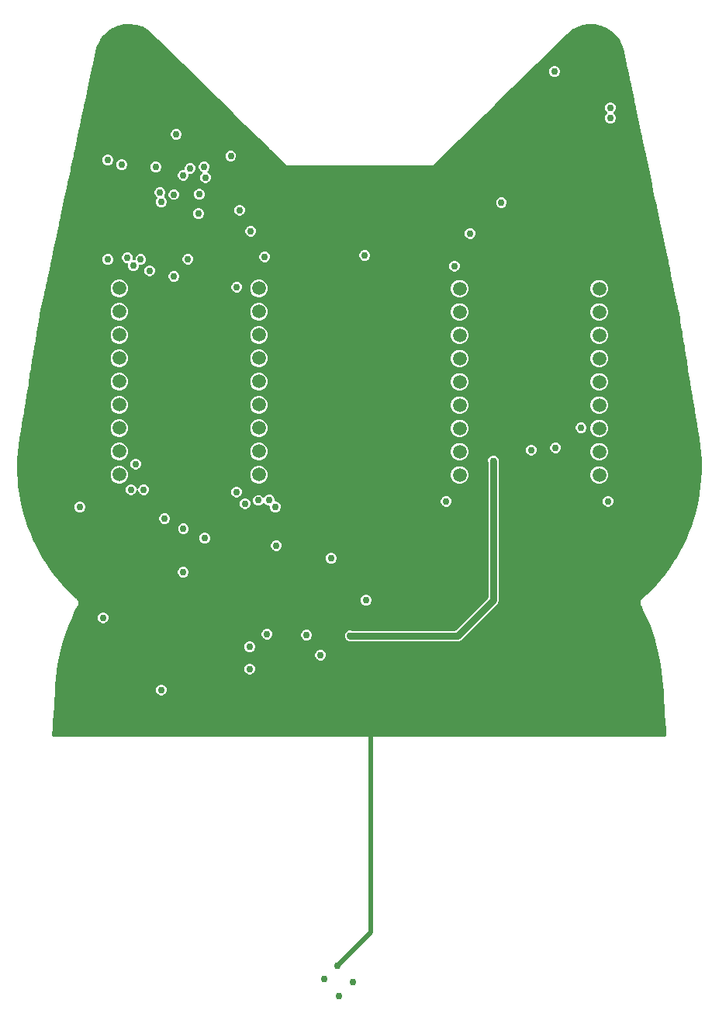
<source format=gbr>
G04 EAGLE Gerber X2 export*
%TF.Part,Single*%
%TF.FileFunction,Copper,L3,Inr,Mixed*%
%TF.FilePolarity,Positive*%
%TF.GenerationSoftware,Autodesk,EAGLE,9.0.1*%
%TF.CreationDate,2018-06-26T08:14:36Z*%
G75*
%MOIN*%
%FSLAX34Y34*%
%LPD*%
%AMOC8*
5,1,8,0,0,1.08239X$1,22.5*%
G01*
%ADD10C,0.059370*%
%ADD11C,0.029780*%
%ADD12C,0.030000*%
%ADD13C,0.020000*%

G36*
X28057Y19201D02*
X28057Y19201D01*
X28063Y19202D01*
X28069Y19202D01*
X28075Y19205D01*
X28080Y19207D01*
X28081Y19207D01*
X28086Y19211D01*
X28091Y19214D01*
X28091Y19215D01*
X28095Y19219D01*
X28098Y19224D01*
X28099Y19224D01*
X28101Y19230D01*
X28104Y19235D01*
X28104Y19236D01*
X28104Y19237D01*
X28106Y19247D01*
X28106Y19251D01*
X28106Y19253D01*
X28104Y19288D01*
X28090Y19503D01*
X28068Y19856D01*
X28052Y20113D01*
X28048Y20179D01*
X28046Y20214D01*
X28030Y20473D01*
X28014Y20731D01*
X28013Y20742D01*
X28008Y20832D01*
X27990Y21110D01*
X27973Y21397D01*
X27973Y21398D01*
X27950Y21697D01*
X27949Y21698D01*
X27949Y21699D01*
X27916Y21995D01*
X27916Y21996D01*
X27916Y21997D01*
X27872Y22291D01*
X27872Y22292D01*
X27872Y22293D01*
X27818Y22586D01*
X27818Y22587D01*
X27753Y22878D01*
X27753Y22879D01*
X27753Y22880D01*
X27678Y23168D01*
X27678Y23169D01*
X27678Y23170D01*
X27593Y23455D01*
X27593Y23456D01*
X27593Y23457D01*
X27497Y23739D01*
X27497Y23740D01*
X27497Y23741D01*
X27392Y24019D01*
X27391Y24020D01*
X27391Y24021D01*
X27276Y24296D01*
X27276Y24297D01*
X27151Y24568D01*
X27151Y24569D01*
X27150Y24569D01*
X27030Y24808D01*
X27023Y24818D01*
X27023Y24819D01*
X27022Y24819D01*
X27019Y24823D01*
X27010Y24847D01*
X27008Y24851D01*
X27007Y24853D01*
X26996Y24876D01*
X26995Y24881D01*
X26993Y24894D01*
X26992Y24895D01*
X26991Y24900D01*
X26992Y24926D01*
X26991Y24930D01*
X26992Y24932D01*
X26990Y24958D01*
X26991Y24963D01*
X26994Y24975D01*
X26994Y24976D01*
X26994Y24982D01*
X27005Y25005D01*
X27006Y25009D01*
X27007Y25011D01*
X27015Y25035D01*
X27019Y25040D01*
X27026Y25050D01*
X27026Y25051D01*
X27029Y25056D01*
X27048Y25073D01*
X27049Y25075D01*
X27050Y25077D01*
X27052Y25078D01*
X27069Y25097D01*
X27074Y25100D01*
X27084Y25107D01*
X27085Y25108D01*
X27277Y25284D01*
X27278Y25285D01*
X27279Y25286D01*
X27486Y25491D01*
X27487Y25492D01*
X27487Y25493D01*
X27687Y25706D01*
X27687Y25707D01*
X27688Y25707D01*
X27879Y25928D01*
X27879Y25929D01*
X27880Y25930D01*
X28062Y26158D01*
X28063Y26159D01*
X28237Y26394D01*
X28237Y26395D01*
X28238Y26396D01*
X28402Y26637D01*
X28403Y26638D01*
X28403Y26639D01*
X28448Y26710D01*
X28558Y26886D01*
X28559Y26887D01*
X28559Y26888D01*
X28704Y27141D01*
X28705Y27142D01*
X28705Y27143D01*
X28841Y27401D01*
X28841Y27402D01*
X28841Y27403D01*
X28967Y27666D01*
X28967Y27668D01*
X29082Y27936D01*
X29083Y27938D01*
X29187Y28211D01*
X29188Y28212D01*
X29282Y28489D01*
X29282Y28490D01*
X29282Y28491D01*
X29365Y28770D01*
X29365Y28771D01*
X29365Y28772D01*
X29437Y29055D01*
X29437Y29056D01*
X29438Y29057D01*
X29498Y29342D01*
X29498Y29343D01*
X29499Y29344D01*
X29548Y29632D01*
X29548Y29633D01*
X29548Y29634D01*
X29586Y29923D01*
X29586Y29924D01*
X29586Y29925D01*
X29613Y30215D01*
X29613Y30216D01*
X29613Y30217D01*
X29616Y30279D01*
X29619Y30329D01*
X29628Y30509D01*
X29628Y30510D01*
X29628Y30511D01*
X29632Y30802D01*
X29632Y30803D01*
X29632Y30804D01*
X29624Y31096D01*
X29624Y31097D01*
X29624Y31098D01*
X29605Y31389D01*
X29605Y31390D01*
X29605Y31391D01*
X29575Y31681D01*
X29575Y31682D01*
X29575Y31683D01*
X29534Y31975D01*
X29533Y31975D01*
X29533Y31976D01*
X29493Y32224D01*
X29485Y32272D01*
X29477Y32324D01*
X29428Y32625D01*
X29382Y32909D01*
X29330Y33228D01*
X29297Y33429D01*
X29290Y33474D01*
X29281Y33529D01*
X29233Y33820D01*
X29183Y34131D01*
X29134Y34432D01*
X29085Y34733D01*
X29052Y34935D01*
X29043Y34988D01*
X29036Y35035D01*
X29003Y35236D01*
X28999Y35259D01*
X28987Y35336D01*
X28946Y35584D01*
X28905Y35838D01*
X28898Y35880D01*
X28889Y35938D01*
X28846Y36203D01*
X28807Y36440D01*
X28799Y36492D01*
X28791Y36541D01*
X28749Y36797D01*
X28708Y37047D01*
X28705Y37056D01*
X28700Y37095D01*
X28700Y37096D01*
X28700Y37097D01*
X28694Y37136D01*
X28694Y37140D01*
X28694Y37141D01*
X28695Y37147D01*
X28694Y37152D01*
X28694Y37155D01*
X28664Y37356D01*
X28663Y37358D01*
X28663Y37359D01*
X28616Y37584D01*
X28606Y37633D01*
X28595Y37683D01*
X28582Y37745D01*
X28519Y38047D01*
X28453Y38358D01*
X28402Y38602D01*
X28400Y38610D01*
X28381Y38701D01*
X28317Y39004D01*
X28260Y39277D01*
X28211Y39510D01*
X28207Y39529D01*
X28190Y39609D01*
X28131Y39888D01*
X28070Y40181D01*
X27999Y40516D01*
X27938Y40808D01*
X27872Y41121D01*
X27811Y41408D01*
X27765Y41627D01*
X27758Y41662D01*
X27744Y41726D01*
X27691Y41981D01*
X27617Y42331D01*
X27553Y42634D01*
X27494Y42914D01*
X27426Y43239D01*
X27362Y43541D01*
X27299Y43844D01*
X27235Y44147D01*
X27192Y44350D01*
X27183Y44393D01*
X27171Y44449D01*
X27117Y44708D01*
X27065Y44955D01*
X27055Y45002D01*
X27044Y45054D01*
X26984Y45339D01*
X26938Y45560D01*
X26931Y45590D01*
X26917Y45659D01*
X26874Y45863D01*
X26866Y45901D01*
X26853Y45962D01*
X26797Y46226D01*
X26747Y46467D01*
X26745Y46472D01*
X26726Y46567D01*
X26662Y46869D01*
X26598Y47172D01*
X26546Y47421D01*
X26492Y47678D01*
X26477Y47748D01*
X26471Y47777D01*
X26417Y48034D01*
X26364Y48283D01*
X26351Y48348D01*
X26344Y48382D01*
X26293Y48624D01*
X26292Y48627D01*
X26292Y48628D01*
X26216Y48881D01*
X26213Y48886D01*
X26212Y48889D01*
X26099Y49112D01*
X26095Y49118D01*
X26094Y49120D01*
X25942Y49319D01*
X25937Y49323D01*
X25936Y49325D01*
X25749Y49493D01*
X25744Y49497D01*
X25742Y49499D01*
X25529Y49631D01*
X25523Y49634D01*
X25521Y49635D01*
X25287Y49729D01*
X25281Y49730D01*
X25278Y49731D01*
X25031Y49782D01*
X25025Y49783D01*
X25023Y49783D01*
X24771Y49791D01*
X24765Y49790D01*
X24762Y49790D01*
X24514Y49753D01*
X24508Y49751D01*
X24505Y49750D01*
X24269Y49669D01*
X24263Y49666D01*
X24260Y49665D01*
X24042Y49542D01*
X24037Y49538D01*
X24035Y49537D01*
X23831Y49369D01*
X23830Y49367D01*
X23828Y49366D01*
X23653Y49193D01*
X23597Y49139D01*
X23580Y49122D01*
X23376Y48923D01*
X23213Y48763D01*
X23148Y48698D01*
X23147Y48698D01*
X23141Y48692D01*
X22994Y48547D01*
X22964Y48518D01*
X22921Y48476D01*
X22740Y48299D01*
X22554Y48117D01*
X22530Y48092D01*
X22482Y48046D01*
X22284Y47851D01*
X22115Y47686D01*
X22087Y47659D01*
X22043Y47615D01*
X21871Y47446D01*
X21676Y47255D01*
X21625Y47205D01*
X21603Y47184D01*
X21456Y47040D01*
X21420Y47004D01*
X21384Y46969D01*
X21186Y46775D01*
X21017Y46609D01*
X20968Y46561D01*
X20944Y46538D01*
X20725Y46323D01*
X20555Y46157D01*
X20358Y45963D01*
X20326Y45932D01*
X20285Y45892D01*
X20086Y45697D01*
X19919Y45532D01*
X19894Y45508D01*
X19846Y45461D01*
X19663Y45281D01*
X19479Y45102D01*
X19260Y44886D01*
X19227Y44854D01*
X19187Y44815D01*
X19006Y44637D01*
X18820Y44456D01*
X18767Y44403D01*
X18748Y44385D01*
X18601Y44240D01*
X18536Y44177D01*
X18528Y44169D01*
X18342Y43987D01*
X18126Y43775D01*
X18126Y43774D01*
X18097Y43746D01*
X18059Y43731D01*
X18059Y43730D01*
X18021Y43715D01*
X17980Y43715D01*
X11890Y43715D01*
X11889Y43715D01*
X11849Y43715D01*
X11811Y43730D01*
X11811Y43731D01*
X11773Y43746D01*
X11744Y43775D01*
X11561Y43954D01*
X11535Y43979D01*
X11489Y44025D01*
X11310Y44200D01*
X11122Y44385D01*
X11105Y44401D01*
X11049Y44456D01*
X10830Y44671D01*
X10682Y44815D01*
X10622Y44874D01*
X10610Y44886D01*
X10390Y45102D01*
X10243Y45246D01*
X10206Y45283D01*
X10171Y45317D01*
X10023Y45461D01*
X10020Y45464D01*
X10020Y45465D01*
X9951Y45532D01*
X9951Y45533D01*
X9781Y45699D01*
X9584Y45892D01*
X9547Y45929D01*
X9512Y45963D01*
X9365Y46108D01*
X9358Y46114D01*
X9292Y46179D01*
X9094Y46373D01*
X8925Y46538D01*
X8882Y46581D01*
X8853Y46609D01*
X8706Y46754D01*
X8456Y46998D01*
X8266Y47184D01*
X8219Y47230D01*
X8194Y47255D01*
X8047Y47400D01*
X7827Y47615D01*
X7784Y47657D01*
X7755Y47686D01*
X7560Y47877D01*
X7388Y48046D01*
X7334Y48099D01*
X7315Y48117D01*
X7142Y48287D01*
X6949Y48476D01*
X6915Y48509D01*
X6876Y48547D01*
X6729Y48692D01*
X6693Y48727D01*
X6656Y48763D01*
X6453Y48962D01*
X6290Y49122D01*
X6284Y49127D01*
X6284Y49128D01*
X6217Y49193D01*
X6217Y49194D01*
X6042Y49365D01*
X6040Y49367D01*
X6039Y49368D01*
X5825Y49544D01*
X5819Y49547D01*
X5817Y49549D01*
X5587Y49675D01*
X5580Y49678D01*
X5578Y49679D01*
X5328Y49759D01*
X5322Y49760D01*
X5319Y49761D01*
X5057Y49792D01*
X5051Y49792D01*
X5048Y49793D01*
X4804Y49778D01*
X4798Y49777D01*
X4795Y49777D01*
X4555Y49720D01*
X4550Y49718D01*
X4547Y49717D01*
X4321Y49621D01*
X4316Y49618D01*
X4314Y49617D01*
X4107Y49484D01*
X4103Y49480D01*
X4101Y49478D01*
X3922Y49312D01*
X3918Y49307D01*
X3916Y49305D01*
X3769Y49109D01*
X3766Y49104D01*
X3765Y49102D01*
X3655Y48883D01*
X3653Y48877D01*
X3652Y48875D01*
X3578Y48628D01*
X3578Y48626D01*
X3577Y48624D01*
X3527Y48387D01*
X3526Y48384D01*
X3506Y48288D01*
X3464Y48089D01*
X3455Y48048D01*
X3443Y47990D01*
X3380Y47693D01*
X3317Y47395D01*
X3275Y47197D01*
X3204Y46861D01*
X3128Y46503D01*
X3086Y46305D01*
X3075Y46253D01*
X3065Y46205D01*
X3009Y45941D01*
X2939Y45611D01*
X2897Y45412D01*
X2893Y45392D01*
X2876Y45313D01*
X2813Y45016D01*
X2763Y44778D01*
X2690Y44437D01*
X2645Y44223D01*
X2635Y44176D01*
X2624Y44123D01*
X2570Y43872D01*
X2519Y43628D01*
X2509Y43582D01*
X2498Y43529D01*
X2456Y43330D01*
X2444Y43276D01*
X2435Y43231D01*
X2381Y42979D01*
X2330Y42735D01*
X2316Y42672D01*
X2309Y42636D01*
X2246Y42339D01*
X2186Y42059D01*
X2141Y41843D01*
X2136Y41821D01*
X2120Y41744D01*
X2065Y41486D01*
X2015Y41248D01*
X2005Y41200D01*
X1994Y41149D01*
X1940Y40895D01*
X1889Y40653D01*
X1877Y40600D01*
X1868Y40554D01*
X1813Y40296D01*
X1742Y39959D01*
X1700Y39761D01*
X1689Y39712D01*
X1679Y39662D01*
X1630Y39430D01*
X1562Y39109D01*
X1511Y38869D01*
X1502Y38829D01*
X1490Y38769D01*
X1448Y38571D01*
X1427Y38472D01*
X1383Y38267D01*
X1382Y38255D01*
X1373Y38220D01*
X1373Y38219D01*
X1373Y38218D01*
X1365Y38183D01*
X1362Y38176D01*
X1361Y38173D01*
X1361Y38172D01*
X1296Y37927D01*
X1296Y37926D01*
X1296Y37925D01*
X1232Y37640D01*
X1232Y37639D01*
X1231Y37638D01*
X1179Y37348D01*
X1179Y37347D01*
X1154Y37197D01*
X1154Y37184D01*
X1147Y37149D01*
X1146Y37148D01*
X1146Y37147D01*
X1142Y37121D01*
X1141Y37108D01*
X1142Y37107D01*
X1142Y37106D01*
X1142Y37105D01*
X1135Y37075D01*
X1134Y37073D01*
X1134Y37071D01*
X1095Y36831D01*
X1084Y36767D01*
X1078Y36731D01*
X1046Y36531D01*
X989Y36183D01*
X945Y35913D01*
X899Y35629D01*
X891Y35576D01*
X883Y35529D01*
X850Y35329D01*
X801Y35028D01*
X791Y34965D01*
X785Y34928D01*
X748Y34699D01*
X704Y34427D01*
X695Y34376D01*
X687Y34327D01*
X655Y34127D01*
X650Y34098D01*
X638Y34027D01*
X606Y33826D01*
X555Y33516D01*
X508Y33225D01*
X498Y33164D01*
X492Y33125D01*
X459Y32924D01*
X446Y32847D01*
X443Y32824D01*
X404Y32583D01*
X361Y32323D01*
X305Y31975D01*
X304Y31975D01*
X263Y31683D01*
X263Y31682D01*
X263Y31681D01*
X233Y31391D01*
X233Y31390D01*
X233Y31389D01*
X214Y31098D01*
X214Y31097D01*
X214Y31096D01*
X206Y30805D01*
X206Y30804D01*
X206Y30803D01*
X210Y30511D01*
X210Y30510D01*
X210Y30509D01*
X225Y30218D01*
X225Y30217D01*
X252Y29926D01*
X252Y29925D01*
X252Y29924D01*
X290Y29635D01*
X290Y29634D01*
X290Y29633D01*
X339Y29346D01*
X339Y29345D01*
X339Y29344D01*
X400Y29059D01*
X400Y29058D01*
X400Y29057D01*
X472Y28774D01*
X472Y28773D01*
X555Y28493D01*
X555Y28492D01*
X556Y28491D01*
X649Y28215D01*
X650Y28214D01*
X650Y28213D01*
X754Y27941D01*
X754Y27940D01*
X755Y27939D01*
X869Y27671D01*
X870Y27670D01*
X870Y27669D01*
X995Y27406D01*
X996Y27405D01*
X996Y27404D01*
X1131Y27145D01*
X1132Y27144D01*
X1277Y26891D01*
X1278Y26890D01*
X1278Y26889D01*
X1433Y26642D01*
X1433Y26641D01*
X1434Y26640D01*
X1598Y26399D01*
X1598Y26398D01*
X1599Y26397D01*
X1772Y26163D01*
X1773Y26162D01*
X1773Y26161D01*
X1955Y25933D01*
X1956Y25932D01*
X2147Y25711D01*
X2148Y25710D01*
X2148Y25709D01*
X2347Y25496D01*
X2348Y25495D01*
X2555Y25289D01*
X2556Y25288D01*
X2557Y25288D01*
X2749Y25111D01*
X2759Y25104D01*
X2760Y25103D01*
X2765Y25101D01*
X2782Y25081D01*
X2785Y25079D01*
X2785Y25078D01*
X2786Y25077D01*
X2805Y25059D01*
X2808Y25054D01*
X2814Y25044D01*
X2815Y25043D01*
X2819Y25038D01*
X2827Y25014D01*
X2828Y25010D01*
X2829Y25008D01*
X2840Y24985D01*
X2840Y24979D01*
X2842Y24967D01*
X2842Y24966D01*
X2844Y24961D01*
X2842Y24935D01*
X2842Y24931D01*
X2842Y24929D01*
X2843Y24903D01*
X2841Y24898D01*
X2838Y24886D01*
X2838Y24885D01*
X2838Y24879D01*
X2826Y24856D01*
X2825Y24852D01*
X2824Y24851D01*
X2815Y24826D01*
X2811Y24822D01*
X2804Y24812D01*
X2804Y24811D01*
X2803Y24811D01*
X2682Y24572D01*
X2682Y24571D01*
X2556Y24300D01*
X2556Y24299D01*
X2440Y24024D01*
X2440Y24023D01*
X2439Y24022D01*
X2333Y23743D01*
X2333Y23742D01*
X2333Y23741D01*
X2237Y23459D01*
X2236Y23458D01*
X2236Y23457D01*
X2150Y23172D01*
X2150Y23171D01*
X2150Y23170D01*
X2074Y22881D01*
X2074Y22880D01*
X2008Y22589D01*
X2008Y22587D01*
X1953Y22294D01*
X1953Y22293D01*
X1953Y22292D01*
X1908Y21997D01*
X1908Y21996D01*
X1908Y21995D01*
X1874Y21699D01*
X1874Y21698D01*
X1873Y21697D01*
X1849Y21397D01*
X1827Y21039D01*
X1808Y20731D01*
X1789Y20422D01*
X1776Y20214D01*
X1772Y20146D01*
X1770Y20113D01*
X1750Y19804D01*
X1735Y19552D01*
X1718Y19288D01*
X1716Y19253D01*
X1717Y19247D01*
X1717Y19241D01*
X1717Y19240D01*
X1719Y19234D01*
X1721Y19229D01*
X1721Y19228D01*
X1724Y19223D01*
X1728Y19218D01*
X1732Y19214D01*
X1737Y19210D01*
X1742Y19207D01*
X1748Y19204D01*
X1749Y19204D01*
X1760Y19201D01*
X1763Y19201D01*
X1765Y19201D01*
X28057Y19201D01*
X28057Y19201D01*
G37*
%LPC*%
G36*
X14474Y23280D02*
X14474Y23280D01*
X14390Y23315D01*
X14325Y23380D01*
X14290Y23464D01*
X14290Y23556D01*
X14325Y23640D01*
X14390Y23705D01*
X14474Y23740D01*
X14566Y23740D01*
X14578Y23734D01*
X14579Y23734D01*
X14580Y23734D01*
X14582Y23733D01*
X14590Y23731D01*
X14595Y23731D01*
X14597Y23731D01*
X19028Y23731D01*
X19032Y23731D01*
X19037Y23731D01*
X19039Y23732D01*
X19040Y23732D01*
X19044Y23734D01*
X19049Y23735D01*
X19050Y23736D01*
X19052Y23737D01*
X19062Y23744D01*
X19063Y23745D01*
X20445Y25127D01*
X20447Y25130D01*
X20450Y25134D01*
X20451Y25135D01*
X20452Y25137D01*
X20454Y25141D01*
X20456Y25145D01*
X20456Y25146D01*
X20457Y25148D01*
X20459Y25161D01*
X20459Y25162D01*
X20459Y30953D01*
X20459Y30954D01*
X20459Y30955D01*
X20459Y30957D01*
X20458Y30965D01*
X20456Y30970D01*
X20456Y30972D01*
X20450Y30984D01*
X20450Y31076D01*
X20485Y31160D01*
X20550Y31225D01*
X20634Y31260D01*
X20726Y31260D01*
X20810Y31225D01*
X20875Y31160D01*
X20910Y31076D01*
X20910Y30984D01*
X20904Y30972D01*
X20904Y30971D01*
X20904Y30970D01*
X20903Y30968D01*
X20901Y30960D01*
X20901Y30955D01*
X20901Y30953D01*
X20901Y25006D01*
X20867Y24925D01*
X19265Y23323D01*
X19184Y23289D01*
X14597Y23289D01*
X14596Y23289D01*
X14595Y23289D01*
X14593Y23289D01*
X14585Y23288D01*
X14580Y23286D01*
X14578Y23286D01*
X14566Y23280D01*
X14474Y23280D01*
G37*
%LPD*%
%LPC*%
G36*
X5154Y39180D02*
X5154Y39180D01*
X5070Y39215D01*
X5005Y39280D01*
X4970Y39364D01*
X4970Y39456D01*
X4973Y39462D01*
X4974Y39464D01*
X4975Y39466D01*
X4975Y39470D01*
X4976Y39474D01*
X4976Y39476D01*
X4977Y39479D01*
X4976Y39483D01*
X4977Y39487D01*
X4976Y39489D01*
X4976Y39491D01*
X4975Y39495D01*
X4974Y39499D01*
X4973Y39501D01*
X4972Y39503D01*
X4970Y39506D01*
X4968Y39510D01*
X4966Y39511D01*
X4965Y39513D01*
X4962Y39516D01*
X4959Y39519D01*
X4957Y39520D01*
X4956Y39521D01*
X4952Y39523D01*
X4949Y39526D01*
X4947Y39526D01*
X4945Y39527D01*
X4942Y39528D01*
X4937Y39529D01*
X4930Y39530D01*
X4928Y39530D01*
X4904Y39530D01*
X4820Y39565D01*
X4755Y39630D01*
X4720Y39714D01*
X4720Y39806D01*
X4755Y39890D01*
X4820Y39955D01*
X4904Y39990D01*
X4996Y39990D01*
X5080Y39955D01*
X5145Y39890D01*
X5180Y39806D01*
X5180Y39714D01*
X5177Y39708D01*
X5176Y39706D01*
X5175Y39704D01*
X5175Y39700D01*
X5174Y39696D01*
X5174Y39694D01*
X5173Y39691D01*
X5174Y39687D01*
X5173Y39683D01*
X5174Y39681D01*
X5174Y39679D01*
X5175Y39675D01*
X5176Y39671D01*
X5177Y39669D01*
X5178Y39667D01*
X5180Y39664D01*
X5182Y39660D01*
X5184Y39659D01*
X5185Y39657D01*
X5188Y39654D01*
X5191Y39651D01*
X5193Y39650D01*
X5194Y39649D01*
X5198Y39647D01*
X5201Y39644D01*
X5203Y39644D01*
X5205Y39643D01*
X5208Y39642D01*
X5213Y39641D01*
X5220Y39640D01*
X5222Y39640D01*
X5241Y39640D01*
X5246Y39640D01*
X5251Y39641D01*
X5252Y39641D01*
X5253Y39641D01*
X5258Y39643D01*
X5263Y39645D01*
X5264Y39645D01*
X5265Y39646D01*
X5269Y39649D01*
X5273Y39651D01*
X5274Y39652D01*
X5275Y39653D01*
X5278Y39657D01*
X5281Y39661D01*
X5282Y39662D01*
X5283Y39663D01*
X5285Y39667D01*
X5287Y39672D01*
X5287Y39673D01*
X5288Y39674D01*
X5290Y39686D01*
X5290Y39688D01*
X5290Y39689D01*
X5290Y39726D01*
X5325Y39810D01*
X5390Y39875D01*
X5474Y39910D01*
X5566Y39910D01*
X5650Y39875D01*
X5715Y39810D01*
X5750Y39726D01*
X5750Y39634D01*
X5715Y39550D01*
X5650Y39485D01*
X5566Y39450D01*
X5479Y39450D01*
X5474Y39450D01*
X5469Y39449D01*
X5468Y39449D01*
X5467Y39449D01*
X5462Y39447D01*
X5457Y39445D01*
X5456Y39445D01*
X5455Y39444D01*
X5451Y39441D01*
X5447Y39439D01*
X5446Y39438D01*
X5445Y39437D01*
X5442Y39433D01*
X5439Y39429D01*
X5438Y39428D01*
X5437Y39427D01*
X5435Y39423D01*
X5433Y39418D01*
X5433Y39417D01*
X5432Y39416D01*
X5430Y39404D01*
X5430Y39402D01*
X5430Y39401D01*
X5430Y39364D01*
X5395Y39280D01*
X5330Y39215D01*
X5246Y39180D01*
X5154Y39180D01*
G37*
%LPD*%
%LPC*%
G36*
X11246Y28828D02*
X11246Y28828D01*
X11162Y28863D01*
X11097Y28928D01*
X11062Y29012D01*
X11062Y29071D01*
X11062Y29076D01*
X11062Y29081D01*
X11061Y29082D01*
X11061Y29083D01*
X11059Y29088D01*
X11058Y29093D01*
X11057Y29094D01*
X11056Y29095D01*
X11053Y29099D01*
X11051Y29103D01*
X11050Y29104D01*
X11049Y29105D01*
X11045Y29108D01*
X11042Y29111D01*
X11040Y29112D01*
X11039Y29113D01*
X11035Y29115D01*
X11031Y29117D01*
X11029Y29117D01*
X11028Y29118D01*
X11016Y29120D01*
X11014Y29120D01*
X11013Y29120D01*
X11004Y29120D01*
X10920Y29155D01*
X10853Y29222D01*
X10852Y29223D01*
X10850Y29225D01*
X10847Y29227D01*
X10844Y29229D01*
X10842Y29230D01*
X10840Y29232D01*
X10836Y29233D01*
X10832Y29234D01*
X10830Y29235D01*
X10828Y29235D01*
X10824Y29236D01*
X10820Y29236D01*
X10818Y29236D01*
X10816Y29236D01*
X10812Y29235D01*
X10807Y29235D01*
X10805Y29234D01*
X10803Y29234D01*
X10800Y29232D01*
X10796Y29231D01*
X10794Y29230D01*
X10792Y29229D01*
X10789Y29226D01*
X10786Y29224D01*
X10784Y29222D01*
X10783Y29221D01*
X10781Y29218D01*
X10777Y29214D01*
X10776Y29211D01*
X10710Y29145D01*
X10626Y29110D01*
X10534Y29110D01*
X10450Y29145D01*
X10385Y29210D01*
X10350Y29294D01*
X10350Y29386D01*
X10385Y29470D01*
X10450Y29535D01*
X10534Y29570D01*
X10626Y29570D01*
X10710Y29535D01*
X10777Y29468D01*
X10778Y29467D01*
X10780Y29465D01*
X10783Y29463D01*
X10786Y29461D01*
X10788Y29460D01*
X10790Y29458D01*
X10794Y29457D01*
X10798Y29456D01*
X10800Y29455D01*
X10802Y29455D01*
X10806Y29454D01*
X10810Y29454D01*
X10812Y29454D01*
X10814Y29454D01*
X10818Y29455D01*
X10823Y29455D01*
X10825Y29456D01*
X10827Y29456D01*
X10830Y29458D01*
X10834Y29459D01*
X10836Y29460D01*
X10838Y29461D01*
X10841Y29464D01*
X10844Y29466D01*
X10846Y29468D01*
X10847Y29469D01*
X10849Y29472D01*
X10853Y29476D01*
X10854Y29479D01*
X10920Y29545D01*
X11004Y29580D01*
X11096Y29580D01*
X11180Y29545D01*
X11245Y29480D01*
X11280Y29396D01*
X11280Y29337D01*
X11280Y29332D01*
X11281Y29327D01*
X11281Y29326D01*
X11281Y29324D01*
X11283Y29320D01*
X11285Y29315D01*
X11285Y29314D01*
X11286Y29313D01*
X11289Y29309D01*
X11291Y29305D01*
X11292Y29304D01*
X11293Y29303D01*
X11297Y29300D01*
X11301Y29296D01*
X11302Y29296D01*
X11303Y29295D01*
X11307Y29293D01*
X11312Y29291D01*
X11313Y29290D01*
X11314Y29290D01*
X11326Y29288D01*
X11328Y29288D01*
X11329Y29288D01*
X11338Y29288D01*
X11422Y29253D01*
X11487Y29188D01*
X11522Y29104D01*
X11522Y29012D01*
X11487Y28928D01*
X11422Y28863D01*
X11338Y28828D01*
X11246Y28828D01*
G37*
%LPD*%
%LPC*%
G36*
X25151Y35047D02*
X25151Y35047D01*
X25012Y35105D01*
X24906Y35211D01*
X24849Y35350D01*
X24849Y35500D01*
X24906Y35639D01*
X25012Y35745D01*
X25151Y35802D01*
X25301Y35802D01*
X25440Y35745D01*
X25546Y35639D01*
X25604Y35500D01*
X25604Y35350D01*
X25546Y35211D01*
X25440Y35105D01*
X25301Y35047D01*
X25151Y35047D01*
G37*
%LPD*%
%LPC*%
G36*
X19151Y30047D02*
X19151Y30047D01*
X19012Y30105D01*
X18906Y30211D01*
X18849Y30350D01*
X18849Y30500D01*
X18906Y30639D01*
X19012Y30745D01*
X19151Y30802D01*
X19301Y30802D01*
X19440Y30745D01*
X19546Y30639D01*
X19604Y30500D01*
X19604Y30350D01*
X19546Y30211D01*
X19440Y30105D01*
X19301Y30047D01*
X19151Y30047D01*
G37*
%LPD*%
%LPC*%
G36*
X19151Y35047D02*
X19151Y35047D01*
X19012Y35105D01*
X18906Y35211D01*
X18849Y35350D01*
X18849Y35500D01*
X18906Y35639D01*
X19012Y35745D01*
X19151Y35802D01*
X19301Y35802D01*
X19440Y35745D01*
X19546Y35639D01*
X19604Y35500D01*
X19604Y35350D01*
X19546Y35211D01*
X19440Y35105D01*
X19301Y35047D01*
X19151Y35047D01*
G37*
%LPD*%
%LPC*%
G36*
X10525Y38063D02*
X10525Y38063D01*
X10386Y38121D01*
X10280Y38227D01*
X10222Y38366D01*
X10222Y38516D01*
X10280Y38655D01*
X10386Y38761D01*
X10525Y38819D01*
X10675Y38819D01*
X10814Y38761D01*
X10920Y38655D01*
X10977Y38516D01*
X10977Y38366D01*
X10920Y38227D01*
X10814Y38121D01*
X10675Y38063D01*
X10525Y38063D01*
G37*
%LPD*%
%LPC*%
G36*
X4525Y38063D02*
X4525Y38063D01*
X4386Y38121D01*
X4280Y38227D01*
X4222Y38366D01*
X4222Y38516D01*
X4280Y38655D01*
X4386Y38761D01*
X4525Y38819D01*
X4675Y38819D01*
X4814Y38761D01*
X4920Y38655D01*
X4977Y38516D01*
X4977Y38366D01*
X4920Y38227D01*
X4814Y38121D01*
X4675Y38063D01*
X4525Y38063D01*
G37*
%LPD*%
%LPC*%
G36*
X25151Y38047D02*
X25151Y38047D01*
X25012Y38105D01*
X24906Y38211D01*
X24849Y38350D01*
X24849Y38500D01*
X24906Y38639D01*
X25012Y38745D01*
X25151Y38802D01*
X25301Y38802D01*
X25440Y38745D01*
X25546Y38639D01*
X25604Y38500D01*
X25604Y38350D01*
X25546Y38211D01*
X25440Y38105D01*
X25301Y38047D01*
X25151Y38047D01*
G37*
%LPD*%
%LPC*%
G36*
X10525Y30063D02*
X10525Y30063D01*
X10386Y30121D01*
X10280Y30227D01*
X10222Y30366D01*
X10222Y30516D01*
X10280Y30655D01*
X10386Y30761D01*
X10525Y30819D01*
X10675Y30819D01*
X10814Y30761D01*
X10920Y30655D01*
X10977Y30516D01*
X10977Y30366D01*
X10920Y30227D01*
X10814Y30121D01*
X10675Y30063D01*
X10525Y30063D01*
G37*
%LPD*%
%LPC*%
G36*
X19151Y38047D02*
X19151Y38047D01*
X19012Y38105D01*
X18906Y38211D01*
X18849Y38350D01*
X18849Y38500D01*
X18906Y38639D01*
X19012Y38745D01*
X19151Y38802D01*
X19301Y38802D01*
X19440Y38745D01*
X19546Y38639D01*
X19604Y38500D01*
X19604Y38350D01*
X19546Y38211D01*
X19440Y38105D01*
X19301Y38047D01*
X19151Y38047D01*
G37*
%LPD*%
%LPC*%
G36*
X4525Y34063D02*
X4525Y34063D01*
X4386Y34121D01*
X4280Y34227D01*
X4222Y34366D01*
X4222Y34516D01*
X4280Y34655D01*
X4386Y34761D01*
X4525Y34819D01*
X4675Y34819D01*
X4814Y34761D01*
X4920Y34655D01*
X4977Y34516D01*
X4977Y34366D01*
X4920Y34227D01*
X4814Y34121D01*
X4675Y34063D01*
X4525Y34063D01*
G37*
%LPD*%
%LPC*%
G36*
X10525Y34063D02*
X10525Y34063D01*
X10386Y34121D01*
X10280Y34227D01*
X10222Y34366D01*
X10222Y34516D01*
X10280Y34655D01*
X10386Y34761D01*
X10525Y34819D01*
X10675Y34819D01*
X10814Y34761D01*
X10920Y34655D01*
X10977Y34516D01*
X10977Y34366D01*
X10920Y34227D01*
X10814Y34121D01*
X10675Y34063D01*
X10525Y34063D01*
G37*
%LPD*%
%LPC*%
G36*
X10525Y37063D02*
X10525Y37063D01*
X10386Y37121D01*
X10280Y37227D01*
X10222Y37366D01*
X10222Y37516D01*
X10280Y37655D01*
X10386Y37761D01*
X10525Y37819D01*
X10675Y37819D01*
X10814Y37761D01*
X10920Y37655D01*
X10977Y37516D01*
X10977Y37366D01*
X10920Y37227D01*
X10814Y37121D01*
X10675Y37063D01*
X10525Y37063D01*
G37*
%LPD*%
%LPC*%
G36*
X4525Y37063D02*
X4525Y37063D01*
X4386Y37121D01*
X4280Y37227D01*
X4222Y37366D01*
X4222Y37516D01*
X4280Y37655D01*
X4386Y37761D01*
X4525Y37819D01*
X4675Y37819D01*
X4814Y37761D01*
X4920Y37655D01*
X4977Y37516D01*
X4977Y37366D01*
X4920Y37227D01*
X4814Y37121D01*
X4675Y37063D01*
X4525Y37063D01*
G37*
%LPD*%
%LPC*%
G36*
X25151Y37047D02*
X25151Y37047D01*
X25012Y37105D01*
X24906Y37211D01*
X24849Y37350D01*
X24849Y37500D01*
X24906Y37639D01*
X25012Y37745D01*
X25151Y37802D01*
X25301Y37802D01*
X25440Y37745D01*
X25546Y37639D01*
X25604Y37500D01*
X25604Y37350D01*
X25546Y37211D01*
X25440Y37105D01*
X25301Y37047D01*
X25151Y37047D01*
G37*
%LPD*%
%LPC*%
G36*
X19151Y37047D02*
X19151Y37047D01*
X19012Y37105D01*
X18906Y37211D01*
X18849Y37350D01*
X18849Y37500D01*
X18906Y37639D01*
X19012Y37745D01*
X19151Y37802D01*
X19301Y37802D01*
X19440Y37745D01*
X19546Y37639D01*
X19604Y37500D01*
X19604Y37350D01*
X19546Y37211D01*
X19440Y37105D01*
X19301Y37047D01*
X19151Y37047D01*
G37*
%LPD*%
%LPC*%
G36*
X10525Y36063D02*
X10525Y36063D01*
X10386Y36121D01*
X10280Y36227D01*
X10222Y36366D01*
X10222Y36516D01*
X10280Y36655D01*
X10386Y36761D01*
X10525Y36819D01*
X10675Y36819D01*
X10814Y36761D01*
X10920Y36655D01*
X10977Y36516D01*
X10977Y36366D01*
X10920Y36227D01*
X10814Y36121D01*
X10675Y36063D01*
X10525Y36063D01*
G37*
%LPD*%
%LPC*%
G36*
X4525Y36063D02*
X4525Y36063D01*
X4386Y36121D01*
X4280Y36227D01*
X4222Y36366D01*
X4222Y36516D01*
X4280Y36655D01*
X4386Y36761D01*
X4525Y36819D01*
X4675Y36819D01*
X4814Y36761D01*
X4920Y36655D01*
X4977Y36516D01*
X4977Y36366D01*
X4920Y36227D01*
X4814Y36121D01*
X4675Y36063D01*
X4525Y36063D01*
G37*
%LPD*%
%LPC*%
G36*
X25151Y36047D02*
X25151Y36047D01*
X25012Y36105D01*
X24906Y36211D01*
X24849Y36350D01*
X24849Y36500D01*
X24906Y36639D01*
X25012Y36745D01*
X25151Y36802D01*
X25301Y36802D01*
X25440Y36745D01*
X25546Y36639D01*
X25604Y36500D01*
X25604Y36350D01*
X25546Y36211D01*
X25440Y36105D01*
X25301Y36047D01*
X25151Y36047D01*
G37*
%LPD*%
%LPC*%
G36*
X19151Y36047D02*
X19151Y36047D01*
X19012Y36105D01*
X18906Y36211D01*
X18849Y36350D01*
X18849Y36500D01*
X18906Y36639D01*
X19012Y36745D01*
X19151Y36802D01*
X19301Y36802D01*
X19440Y36745D01*
X19546Y36639D01*
X19604Y36500D01*
X19604Y36350D01*
X19546Y36211D01*
X19440Y36105D01*
X19301Y36047D01*
X19151Y36047D01*
G37*
%LPD*%
%LPC*%
G36*
X10525Y35063D02*
X10525Y35063D01*
X10386Y35121D01*
X10280Y35227D01*
X10222Y35366D01*
X10222Y35516D01*
X10280Y35655D01*
X10386Y35761D01*
X10525Y35819D01*
X10675Y35819D01*
X10814Y35761D01*
X10920Y35655D01*
X10977Y35516D01*
X10977Y35366D01*
X10920Y35227D01*
X10814Y35121D01*
X10675Y35063D01*
X10525Y35063D01*
G37*
%LPD*%
%LPC*%
G36*
X4525Y35063D02*
X4525Y35063D01*
X4386Y35121D01*
X4280Y35227D01*
X4222Y35366D01*
X4222Y35516D01*
X4280Y35655D01*
X4386Y35761D01*
X4525Y35819D01*
X4675Y35819D01*
X4814Y35761D01*
X4920Y35655D01*
X4977Y35516D01*
X4977Y35366D01*
X4920Y35227D01*
X4814Y35121D01*
X4675Y35063D01*
X4525Y35063D01*
G37*
%LPD*%
%LPC*%
G36*
X25151Y34047D02*
X25151Y34047D01*
X25012Y34105D01*
X24906Y34211D01*
X24849Y34350D01*
X24849Y34500D01*
X24906Y34639D01*
X25012Y34745D01*
X25151Y34802D01*
X25301Y34802D01*
X25440Y34745D01*
X25546Y34639D01*
X25604Y34500D01*
X25604Y34350D01*
X25546Y34211D01*
X25440Y34105D01*
X25301Y34047D01*
X25151Y34047D01*
G37*
%LPD*%
%LPC*%
G36*
X19151Y34047D02*
X19151Y34047D01*
X19012Y34105D01*
X18906Y34211D01*
X18849Y34350D01*
X18849Y34500D01*
X18906Y34639D01*
X19012Y34745D01*
X19151Y34802D01*
X19301Y34802D01*
X19440Y34745D01*
X19546Y34639D01*
X19604Y34500D01*
X19604Y34350D01*
X19546Y34211D01*
X19440Y34105D01*
X19301Y34047D01*
X19151Y34047D01*
G37*
%LPD*%
%LPC*%
G36*
X10525Y33063D02*
X10525Y33063D01*
X10386Y33121D01*
X10280Y33227D01*
X10222Y33366D01*
X10222Y33516D01*
X10280Y33655D01*
X10386Y33761D01*
X10525Y33819D01*
X10675Y33819D01*
X10814Y33761D01*
X10920Y33655D01*
X10977Y33516D01*
X10977Y33366D01*
X10920Y33227D01*
X10814Y33121D01*
X10675Y33063D01*
X10525Y33063D01*
G37*
%LPD*%
%LPC*%
G36*
X4525Y33063D02*
X4525Y33063D01*
X4386Y33121D01*
X4280Y33227D01*
X4222Y33366D01*
X4222Y33516D01*
X4280Y33655D01*
X4386Y33761D01*
X4525Y33819D01*
X4675Y33819D01*
X4814Y33761D01*
X4920Y33655D01*
X4977Y33516D01*
X4977Y33366D01*
X4920Y33227D01*
X4814Y33121D01*
X4675Y33063D01*
X4525Y33063D01*
G37*
%LPD*%
%LPC*%
G36*
X25151Y33047D02*
X25151Y33047D01*
X25012Y33105D01*
X24906Y33211D01*
X24849Y33350D01*
X24849Y33500D01*
X24906Y33639D01*
X25012Y33745D01*
X25151Y33802D01*
X25301Y33802D01*
X25440Y33745D01*
X25546Y33639D01*
X25604Y33500D01*
X25604Y33350D01*
X25546Y33211D01*
X25440Y33105D01*
X25301Y33047D01*
X25151Y33047D01*
G37*
%LPD*%
%LPC*%
G36*
X19151Y33047D02*
X19151Y33047D01*
X19012Y33105D01*
X18906Y33211D01*
X18849Y33350D01*
X18849Y33500D01*
X18906Y33639D01*
X19012Y33745D01*
X19151Y33802D01*
X19301Y33802D01*
X19440Y33745D01*
X19546Y33639D01*
X19604Y33500D01*
X19604Y33350D01*
X19546Y33211D01*
X19440Y33105D01*
X19301Y33047D01*
X19151Y33047D01*
G37*
%LPD*%
%LPC*%
G36*
X10525Y32063D02*
X10525Y32063D01*
X10386Y32121D01*
X10280Y32227D01*
X10222Y32366D01*
X10222Y32516D01*
X10280Y32655D01*
X10386Y32761D01*
X10525Y32819D01*
X10675Y32819D01*
X10814Y32761D01*
X10920Y32655D01*
X10977Y32516D01*
X10977Y32366D01*
X10920Y32227D01*
X10814Y32121D01*
X10675Y32063D01*
X10525Y32063D01*
G37*
%LPD*%
%LPC*%
G36*
X4525Y32063D02*
X4525Y32063D01*
X4386Y32121D01*
X4280Y32227D01*
X4222Y32366D01*
X4222Y32516D01*
X4280Y32655D01*
X4386Y32761D01*
X4525Y32819D01*
X4675Y32819D01*
X4814Y32761D01*
X4920Y32655D01*
X4977Y32516D01*
X4977Y32366D01*
X4920Y32227D01*
X4814Y32121D01*
X4675Y32063D01*
X4525Y32063D01*
G37*
%LPD*%
%LPC*%
G36*
X25151Y32047D02*
X25151Y32047D01*
X25012Y32105D01*
X24906Y32211D01*
X24849Y32350D01*
X24849Y32500D01*
X24906Y32639D01*
X25012Y32745D01*
X25151Y32802D01*
X25301Y32802D01*
X25440Y32745D01*
X25546Y32639D01*
X25604Y32500D01*
X25604Y32350D01*
X25546Y32211D01*
X25440Y32105D01*
X25301Y32047D01*
X25151Y32047D01*
G37*
%LPD*%
%LPC*%
G36*
X19151Y32047D02*
X19151Y32047D01*
X19012Y32105D01*
X18906Y32211D01*
X18849Y32350D01*
X18849Y32500D01*
X18906Y32639D01*
X19012Y32745D01*
X19151Y32802D01*
X19301Y32802D01*
X19440Y32745D01*
X19546Y32639D01*
X19604Y32500D01*
X19604Y32350D01*
X19546Y32211D01*
X19440Y32105D01*
X19301Y32047D01*
X19151Y32047D01*
G37*
%LPD*%
%LPC*%
G36*
X4525Y31063D02*
X4525Y31063D01*
X4386Y31121D01*
X4280Y31227D01*
X4222Y31366D01*
X4222Y31516D01*
X4280Y31655D01*
X4386Y31761D01*
X4525Y31819D01*
X4675Y31819D01*
X4814Y31761D01*
X4920Y31655D01*
X4977Y31516D01*
X4977Y31366D01*
X4920Y31227D01*
X4814Y31121D01*
X4675Y31063D01*
X4525Y31063D01*
G37*
%LPD*%
%LPC*%
G36*
X25151Y31047D02*
X25151Y31047D01*
X25012Y31105D01*
X24906Y31211D01*
X24849Y31350D01*
X24849Y31500D01*
X24906Y31639D01*
X25012Y31745D01*
X25151Y31802D01*
X25301Y31802D01*
X25440Y31745D01*
X25546Y31639D01*
X25604Y31500D01*
X25604Y31350D01*
X25546Y31211D01*
X25440Y31105D01*
X25301Y31047D01*
X25151Y31047D01*
G37*
%LPD*%
%LPC*%
G36*
X19151Y31047D02*
X19151Y31047D01*
X19012Y31105D01*
X18906Y31211D01*
X18849Y31350D01*
X18849Y31500D01*
X18906Y31639D01*
X19012Y31745D01*
X19151Y31802D01*
X19301Y31802D01*
X19440Y31745D01*
X19546Y31639D01*
X19604Y31500D01*
X19604Y31350D01*
X19546Y31211D01*
X19440Y31105D01*
X19301Y31047D01*
X19151Y31047D01*
G37*
%LPD*%
%LPC*%
G36*
X10525Y31063D02*
X10525Y31063D01*
X10386Y31121D01*
X10280Y31227D01*
X10222Y31366D01*
X10222Y31516D01*
X10280Y31655D01*
X10386Y31761D01*
X10525Y31819D01*
X10675Y31819D01*
X10814Y31761D01*
X10920Y31655D01*
X10977Y31516D01*
X10977Y31366D01*
X10920Y31227D01*
X10814Y31121D01*
X10675Y31063D01*
X10525Y31063D01*
G37*
%LPD*%
%LPC*%
G36*
X4525Y30063D02*
X4525Y30063D01*
X4386Y30121D01*
X4280Y30227D01*
X4222Y30366D01*
X4222Y30516D01*
X4280Y30655D01*
X4386Y30761D01*
X4525Y30819D01*
X4675Y30819D01*
X4814Y30761D01*
X4920Y30655D01*
X4977Y30516D01*
X4977Y30366D01*
X4920Y30227D01*
X4814Y30121D01*
X4675Y30063D01*
X4525Y30063D01*
G37*
%LPD*%
%LPC*%
G36*
X25151Y30047D02*
X25151Y30047D01*
X25012Y30105D01*
X24906Y30211D01*
X24849Y30350D01*
X24849Y30500D01*
X24906Y30639D01*
X25012Y30745D01*
X25151Y30802D01*
X25301Y30802D01*
X25440Y30745D01*
X25546Y30639D01*
X25604Y30500D01*
X25604Y30350D01*
X25546Y30211D01*
X25440Y30105D01*
X25301Y30047D01*
X25151Y30047D01*
G37*
%LPD*%
%LPC*%
G36*
X8254Y42970D02*
X8254Y42970D01*
X8170Y43005D01*
X8105Y43070D01*
X8070Y43154D01*
X8070Y43246D01*
X8105Y43330D01*
X8154Y43379D01*
X8155Y43380D01*
X8157Y43382D01*
X8159Y43385D01*
X8161Y43388D01*
X8162Y43390D01*
X8163Y43392D01*
X8165Y43396D01*
X8166Y43400D01*
X8167Y43402D01*
X8167Y43404D01*
X8168Y43408D01*
X8168Y43412D01*
X8168Y43414D01*
X8168Y43416D01*
X8167Y43420D01*
X8167Y43425D01*
X8166Y43427D01*
X8166Y43429D01*
X8164Y43432D01*
X8163Y43436D01*
X8162Y43438D01*
X8161Y43440D01*
X8158Y43443D01*
X8156Y43446D01*
X8154Y43448D01*
X8153Y43449D01*
X8150Y43451D01*
X8146Y43455D01*
X8140Y43458D01*
X8138Y43459D01*
X8120Y43466D01*
X8055Y43531D01*
X8020Y43615D01*
X8020Y43707D01*
X8055Y43791D01*
X8120Y43856D01*
X8204Y43891D01*
X8296Y43891D01*
X8380Y43856D01*
X8445Y43791D01*
X8480Y43707D01*
X8480Y43615D01*
X8445Y43531D01*
X8396Y43482D01*
X8395Y43481D01*
X8393Y43479D01*
X8391Y43476D01*
X8389Y43473D01*
X8388Y43471D01*
X8386Y43469D01*
X8385Y43465D01*
X8384Y43461D01*
X8383Y43459D01*
X8383Y43457D01*
X8382Y43453D01*
X8382Y43449D01*
X8382Y43447D01*
X8382Y43445D01*
X8383Y43441D01*
X8383Y43437D01*
X8384Y43435D01*
X8384Y43432D01*
X8386Y43429D01*
X8387Y43425D01*
X8388Y43423D01*
X8389Y43421D01*
X8392Y43418D01*
X8394Y43415D01*
X8396Y43413D01*
X8397Y43412D01*
X8400Y43410D01*
X8404Y43407D01*
X8410Y43404D01*
X8412Y43402D01*
X8430Y43395D01*
X8495Y43330D01*
X8530Y43246D01*
X8530Y43154D01*
X8495Y43070D01*
X8430Y43005D01*
X8346Y42970D01*
X8254Y42970D01*
G37*
%LPD*%
%LPC*%
G36*
X5054Y29570D02*
X5054Y29570D01*
X4970Y29605D01*
X4905Y29670D01*
X4870Y29754D01*
X4870Y29846D01*
X4905Y29930D01*
X4970Y29995D01*
X5054Y30030D01*
X5146Y30030D01*
X5230Y29995D01*
X5295Y29930D01*
X5329Y29846D01*
X5332Y29841D01*
X5335Y29836D01*
X5336Y29835D01*
X5340Y29831D01*
X5343Y29827D01*
X5344Y29827D01*
X5344Y29826D01*
X5349Y29823D01*
X5354Y29820D01*
X5355Y29820D01*
X5360Y29818D01*
X5366Y29817D01*
X5366Y29816D01*
X5367Y29816D01*
X5372Y29816D01*
X5378Y29816D01*
X5379Y29816D01*
X5385Y29817D01*
X5390Y29818D01*
X5391Y29818D01*
X5396Y29821D01*
X5401Y29823D01*
X5402Y29824D01*
X5403Y29824D01*
X5407Y29828D01*
X5411Y29831D01*
X5411Y29832D01*
X5412Y29832D01*
X5419Y29843D01*
X5420Y29845D01*
X5420Y29846D01*
X5455Y29930D01*
X5520Y29995D01*
X5604Y30030D01*
X5696Y30030D01*
X5780Y29995D01*
X5845Y29930D01*
X5880Y29846D01*
X5880Y29754D01*
X5845Y29670D01*
X5780Y29605D01*
X5696Y29570D01*
X5604Y29570D01*
X5520Y29605D01*
X5455Y29670D01*
X5420Y29754D01*
X5418Y29759D01*
X5415Y29764D01*
X5414Y29765D01*
X5410Y29769D01*
X5407Y29773D01*
X5406Y29773D01*
X5406Y29774D01*
X5401Y29777D01*
X5396Y29780D01*
X5395Y29780D01*
X5390Y29782D01*
X5384Y29783D01*
X5384Y29784D01*
X5383Y29784D01*
X5378Y29784D01*
X5372Y29784D01*
X5371Y29784D01*
X5365Y29783D01*
X5360Y29782D01*
X5359Y29782D01*
X5354Y29779D01*
X5349Y29777D01*
X5348Y29776D01*
X5347Y29776D01*
X5343Y29772D01*
X5339Y29769D01*
X5339Y29768D01*
X5338Y29768D01*
X5331Y29757D01*
X5330Y29755D01*
X5329Y29754D01*
X5295Y29670D01*
X5230Y29605D01*
X5146Y29570D01*
X5054Y29570D01*
G37*
%LPD*%
%LPC*%
G36*
X25654Y45520D02*
X25654Y45520D01*
X25570Y45555D01*
X25505Y45620D01*
X25470Y45704D01*
X25470Y45796D01*
X25505Y45880D01*
X25565Y45940D01*
X25568Y45944D01*
X25572Y45948D01*
X25572Y45949D01*
X25573Y45950D01*
X25575Y45955D01*
X25577Y45959D01*
X25577Y45960D01*
X25578Y45961D01*
X25579Y45966D01*
X25580Y45971D01*
X25580Y45972D01*
X25580Y45974D01*
X25579Y45979D01*
X25579Y45984D01*
X25579Y45985D01*
X25579Y45986D01*
X25577Y45991D01*
X25575Y45995D01*
X25575Y45996D01*
X25574Y45998D01*
X25567Y46008D01*
X25566Y46009D01*
X25565Y46010D01*
X25505Y46070D01*
X25470Y46154D01*
X25470Y46246D01*
X25505Y46330D01*
X25570Y46395D01*
X25654Y46430D01*
X25746Y46430D01*
X25830Y46395D01*
X25895Y46330D01*
X25930Y46246D01*
X25930Y46154D01*
X25895Y46070D01*
X25835Y46010D01*
X25832Y46006D01*
X25828Y46002D01*
X25828Y46001D01*
X25827Y46000D01*
X25825Y45995D01*
X25823Y45991D01*
X25823Y45990D01*
X25822Y45989D01*
X25821Y45984D01*
X25820Y45979D01*
X25820Y45978D01*
X25820Y45976D01*
X25821Y45971D01*
X25821Y45966D01*
X25821Y45965D01*
X25821Y45964D01*
X25823Y45959D01*
X25825Y45955D01*
X25825Y45954D01*
X25826Y45952D01*
X25833Y45942D01*
X25834Y45941D01*
X25835Y45940D01*
X25895Y45880D01*
X25930Y45796D01*
X25930Y45704D01*
X25895Y45620D01*
X25830Y45555D01*
X25746Y45520D01*
X25654Y45520D01*
G37*
%LPD*%
%LPC*%
G36*
X7304Y43070D02*
X7304Y43070D01*
X7220Y43105D01*
X7155Y43170D01*
X7120Y43254D01*
X7120Y43346D01*
X7155Y43430D01*
X7220Y43495D01*
X7304Y43530D01*
X7371Y43530D01*
X7376Y43530D01*
X7381Y43531D01*
X7382Y43531D01*
X7383Y43531D01*
X7388Y43533D01*
X7393Y43535D01*
X7394Y43535D01*
X7395Y43536D01*
X7399Y43539D01*
X7403Y43541D01*
X7404Y43542D01*
X7405Y43543D01*
X7408Y43547D01*
X7411Y43551D01*
X7412Y43552D01*
X7413Y43553D01*
X7415Y43557D01*
X7417Y43562D01*
X7417Y43563D01*
X7418Y43564D01*
X7420Y43576D01*
X7420Y43577D01*
X7420Y43578D01*
X7420Y43579D01*
X7420Y43646D01*
X7455Y43730D01*
X7520Y43795D01*
X7604Y43830D01*
X7696Y43830D01*
X7780Y43795D01*
X7845Y43730D01*
X7880Y43646D01*
X7880Y43554D01*
X7845Y43470D01*
X7780Y43405D01*
X7696Y43370D01*
X7629Y43370D01*
X7624Y43370D01*
X7619Y43369D01*
X7618Y43369D01*
X7617Y43369D01*
X7612Y43367D01*
X7607Y43365D01*
X7606Y43365D01*
X7605Y43364D01*
X7601Y43361D01*
X7597Y43359D01*
X7596Y43358D01*
X7595Y43357D01*
X7592Y43353D01*
X7589Y43349D01*
X7588Y43348D01*
X7587Y43347D01*
X7585Y43343D01*
X7583Y43338D01*
X7583Y43337D01*
X7582Y43336D01*
X7580Y43324D01*
X7580Y43322D01*
X7580Y43321D01*
X7580Y43254D01*
X7545Y43170D01*
X7480Y43105D01*
X7396Y43070D01*
X7304Y43070D01*
G37*
%LPD*%
%LPC*%
G36*
X6354Y41920D02*
X6354Y41920D01*
X6270Y41955D01*
X6205Y42020D01*
X6170Y42104D01*
X6170Y42196D01*
X6205Y42280D01*
X6215Y42290D01*
X6218Y42294D01*
X6222Y42298D01*
X6222Y42299D01*
X6223Y42300D01*
X6225Y42305D01*
X6227Y42309D01*
X6227Y42310D01*
X6228Y42311D01*
X6229Y42316D01*
X6230Y42321D01*
X6230Y42322D01*
X6230Y42324D01*
X6229Y42329D01*
X6229Y42334D01*
X6229Y42335D01*
X6229Y42336D01*
X6227Y42341D01*
X6225Y42345D01*
X6225Y42346D01*
X6224Y42348D01*
X6217Y42358D01*
X6216Y42359D01*
X6215Y42360D01*
X6155Y42420D01*
X6120Y42504D01*
X6120Y42596D01*
X6155Y42680D01*
X6220Y42745D01*
X6304Y42780D01*
X6396Y42780D01*
X6480Y42745D01*
X6545Y42680D01*
X6580Y42596D01*
X6580Y42504D01*
X6545Y42420D01*
X6535Y42410D01*
X6532Y42406D01*
X6528Y42402D01*
X6528Y42401D01*
X6527Y42400D01*
X6525Y42395D01*
X6523Y42391D01*
X6523Y42390D01*
X6522Y42389D01*
X6521Y42384D01*
X6520Y42379D01*
X6520Y42378D01*
X6520Y42376D01*
X6521Y42371D01*
X6521Y42366D01*
X6521Y42365D01*
X6521Y42364D01*
X6523Y42359D01*
X6525Y42355D01*
X6525Y42354D01*
X6526Y42352D01*
X6533Y42342D01*
X6534Y42341D01*
X6535Y42340D01*
X6595Y42280D01*
X6630Y42196D01*
X6630Y42104D01*
X6595Y42020D01*
X6530Y41955D01*
X6446Y41920D01*
X6354Y41920D01*
G37*
%LPD*%
%LPC*%
G36*
X23254Y47520D02*
X23254Y47520D01*
X23170Y47555D01*
X23105Y47620D01*
X23070Y47704D01*
X23070Y47796D01*
X23105Y47880D01*
X23170Y47945D01*
X23254Y47980D01*
X23346Y47980D01*
X23430Y47945D01*
X23495Y47880D01*
X23530Y47796D01*
X23530Y47704D01*
X23495Y47620D01*
X23430Y47555D01*
X23346Y47520D01*
X23254Y47520D01*
G37*
%LPD*%
%LPC*%
G36*
X7004Y44820D02*
X7004Y44820D01*
X6920Y44855D01*
X6855Y44920D01*
X6820Y45004D01*
X6820Y45096D01*
X6855Y45180D01*
X6920Y45245D01*
X7004Y45280D01*
X7096Y45280D01*
X7180Y45245D01*
X7245Y45180D01*
X7280Y45096D01*
X7280Y45004D01*
X7245Y44920D01*
X7180Y44855D01*
X7096Y44820D01*
X7004Y44820D01*
G37*
%LPD*%
%LPC*%
G36*
X9344Y43901D02*
X9344Y43901D01*
X9260Y43936D01*
X9195Y44001D01*
X9160Y44085D01*
X9160Y44177D01*
X9195Y44261D01*
X9260Y44326D01*
X9344Y44361D01*
X9436Y44361D01*
X9520Y44326D01*
X9585Y44261D01*
X9620Y44177D01*
X9620Y44085D01*
X9585Y44001D01*
X9520Y43936D01*
X9436Y43901D01*
X9344Y43901D01*
G37*
%LPD*%
%LPC*%
G36*
X4054Y43720D02*
X4054Y43720D01*
X3970Y43755D01*
X3905Y43820D01*
X3870Y43904D01*
X3870Y43996D01*
X3905Y44080D01*
X3970Y44145D01*
X4054Y44180D01*
X4146Y44180D01*
X4230Y44145D01*
X4295Y44080D01*
X4330Y43996D01*
X4330Y43904D01*
X4295Y43820D01*
X4230Y43755D01*
X4146Y43720D01*
X4054Y43720D01*
G37*
%LPD*%
%LPC*%
G36*
X4654Y43520D02*
X4654Y43520D01*
X4570Y43555D01*
X4505Y43620D01*
X4470Y43704D01*
X4470Y43796D01*
X4505Y43880D01*
X4570Y43945D01*
X4654Y43980D01*
X4746Y43980D01*
X4830Y43945D01*
X4895Y43880D01*
X4930Y43796D01*
X4930Y43704D01*
X4895Y43620D01*
X4830Y43555D01*
X4746Y43520D01*
X4654Y43520D01*
G37*
%LPD*%
%LPC*%
G36*
X6114Y43420D02*
X6114Y43420D01*
X6030Y43455D01*
X5965Y43520D01*
X5930Y43604D01*
X5930Y43696D01*
X5965Y43780D01*
X6030Y43845D01*
X6114Y43880D01*
X6206Y43880D01*
X6290Y43845D01*
X6355Y43780D01*
X6390Y43696D01*
X6390Y43604D01*
X6355Y43520D01*
X6290Y43455D01*
X6206Y43420D01*
X6114Y43420D01*
G37*
%LPD*%
%LPC*%
G36*
X6904Y42240D02*
X6904Y42240D01*
X6820Y42275D01*
X6755Y42340D01*
X6720Y42424D01*
X6720Y42516D01*
X6755Y42600D01*
X6820Y42665D01*
X6904Y42700D01*
X6996Y42700D01*
X7080Y42665D01*
X7145Y42600D01*
X7180Y42516D01*
X7180Y42424D01*
X7145Y42340D01*
X7080Y42275D01*
X6996Y42240D01*
X6904Y42240D01*
G37*
%LPD*%
%LPC*%
G36*
X20974Y41900D02*
X20974Y41900D01*
X20890Y41935D01*
X20825Y42000D01*
X20790Y42084D01*
X20790Y42176D01*
X20825Y42260D01*
X20890Y42325D01*
X20974Y42360D01*
X21066Y42360D01*
X21150Y42325D01*
X21215Y42260D01*
X21250Y42176D01*
X21250Y42084D01*
X21215Y42000D01*
X21150Y41935D01*
X21066Y41900D01*
X20974Y41900D01*
G37*
%LPD*%
%LPC*%
G36*
X9724Y41570D02*
X9724Y41570D01*
X9640Y41605D01*
X9575Y41670D01*
X9540Y41754D01*
X9540Y41846D01*
X9575Y41930D01*
X9640Y41995D01*
X9724Y42030D01*
X9816Y42030D01*
X9900Y41995D01*
X9965Y41930D01*
X10000Y41846D01*
X10000Y41754D01*
X9965Y41670D01*
X9900Y41605D01*
X9816Y41570D01*
X9724Y41570D01*
G37*
%LPD*%
%LPC*%
G36*
X7954Y41420D02*
X7954Y41420D01*
X7870Y41455D01*
X7805Y41520D01*
X7770Y41604D01*
X7770Y41696D01*
X7805Y41780D01*
X7870Y41845D01*
X7954Y41880D01*
X8046Y41880D01*
X8130Y41845D01*
X8195Y41780D01*
X8230Y41696D01*
X8230Y41604D01*
X8195Y41520D01*
X8130Y41455D01*
X8046Y41420D01*
X7954Y41420D01*
G37*
%LPD*%
%LPC*%
G36*
X24404Y32220D02*
X24404Y32220D01*
X24320Y32255D01*
X24255Y32320D01*
X24220Y32404D01*
X24220Y32496D01*
X24255Y32580D01*
X24320Y32645D01*
X24404Y32680D01*
X24496Y32680D01*
X24580Y32645D01*
X24645Y32580D01*
X24680Y32496D01*
X24680Y32404D01*
X24645Y32320D01*
X24580Y32255D01*
X24496Y32220D01*
X24404Y32220D01*
G37*
%LPD*%
%LPC*%
G36*
X23304Y31370D02*
X23304Y31370D01*
X23220Y31405D01*
X23155Y31470D01*
X23120Y31554D01*
X23120Y31646D01*
X23155Y31730D01*
X23220Y31795D01*
X23304Y31830D01*
X23396Y31830D01*
X23480Y31795D01*
X23545Y31730D01*
X23580Y31646D01*
X23580Y31554D01*
X23545Y31470D01*
X23480Y31405D01*
X23396Y31370D01*
X23304Y31370D01*
G37*
%LPD*%
%LPC*%
G36*
X10204Y40670D02*
X10204Y40670D01*
X10120Y40705D01*
X10055Y40770D01*
X10020Y40854D01*
X10020Y40946D01*
X10055Y41030D01*
X10120Y41095D01*
X10204Y41130D01*
X10296Y41130D01*
X10380Y41095D01*
X10445Y41030D01*
X10480Y40946D01*
X10480Y40854D01*
X10445Y40770D01*
X10380Y40705D01*
X10296Y40670D01*
X10204Y40670D01*
G37*
%LPD*%
%LPC*%
G36*
X19634Y40570D02*
X19634Y40570D01*
X19550Y40605D01*
X19485Y40670D01*
X19450Y40754D01*
X19450Y40846D01*
X19485Y40930D01*
X19550Y40995D01*
X19634Y41030D01*
X19726Y41030D01*
X19810Y40995D01*
X19875Y40930D01*
X19910Y40846D01*
X19910Y40754D01*
X19875Y40670D01*
X19810Y40605D01*
X19726Y40570D01*
X19634Y40570D01*
G37*
%LPD*%
%LPC*%
G36*
X15104Y39620D02*
X15104Y39620D01*
X15020Y39655D01*
X14955Y39720D01*
X14920Y39804D01*
X14920Y39896D01*
X14955Y39980D01*
X15020Y40045D01*
X15104Y40080D01*
X15196Y40080D01*
X15280Y40045D01*
X15345Y39980D01*
X15380Y39896D01*
X15380Y39804D01*
X15345Y39720D01*
X15280Y39655D01*
X15196Y39620D01*
X15104Y39620D01*
G37*
%LPD*%
%LPC*%
G36*
X10804Y39570D02*
X10804Y39570D01*
X10720Y39605D01*
X10655Y39670D01*
X10620Y39754D01*
X10620Y39846D01*
X10655Y39930D01*
X10720Y39995D01*
X10804Y40030D01*
X10896Y40030D01*
X10980Y39995D01*
X11045Y39930D01*
X11080Y39846D01*
X11080Y39754D01*
X11045Y39670D01*
X10980Y39605D01*
X10896Y39570D01*
X10804Y39570D01*
G37*
%LPD*%
%LPC*%
G36*
X22254Y31270D02*
X22254Y31270D01*
X22170Y31305D01*
X22105Y31370D01*
X22070Y31454D01*
X22070Y31546D01*
X22105Y31630D01*
X22170Y31695D01*
X22254Y31730D01*
X22346Y31730D01*
X22430Y31695D01*
X22495Y31630D01*
X22530Y31546D01*
X22530Y31454D01*
X22495Y31370D01*
X22430Y31305D01*
X22346Y31270D01*
X22254Y31270D01*
G37*
%LPD*%
%LPC*%
G36*
X7504Y39470D02*
X7504Y39470D01*
X7420Y39505D01*
X7355Y39570D01*
X7320Y39654D01*
X7320Y39746D01*
X7355Y39830D01*
X7420Y39895D01*
X7504Y39930D01*
X7596Y39930D01*
X7680Y39895D01*
X7745Y39830D01*
X7780Y39746D01*
X7780Y39654D01*
X7745Y39570D01*
X7680Y39505D01*
X7596Y39470D01*
X7504Y39470D01*
G37*
%LPD*%
%LPC*%
G36*
X5254Y30670D02*
X5254Y30670D01*
X5170Y30705D01*
X5105Y30770D01*
X5070Y30854D01*
X5070Y30946D01*
X5105Y31030D01*
X5170Y31095D01*
X5254Y31130D01*
X5346Y31130D01*
X5430Y31095D01*
X5495Y31030D01*
X5530Y30946D01*
X5530Y30854D01*
X5495Y30770D01*
X5430Y30705D01*
X5346Y30670D01*
X5254Y30670D01*
G37*
%LPD*%
%LPC*%
G36*
X4065Y39450D02*
X4065Y39450D01*
X3981Y39485D01*
X3916Y39550D01*
X3881Y39634D01*
X3881Y39726D01*
X3916Y39810D01*
X3981Y39875D01*
X4065Y39910D01*
X4157Y39910D01*
X4241Y39875D01*
X4306Y39810D01*
X4341Y39726D01*
X4341Y39634D01*
X4306Y39550D01*
X4241Y39485D01*
X4157Y39450D01*
X4065Y39450D01*
G37*
%LPD*%
%LPC*%
G36*
X18954Y39170D02*
X18954Y39170D01*
X18870Y39205D01*
X18805Y39270D01*
X18770Y39354D01*
X18770Y39446D01*
X18805Y39530D01*
X18870Y39595D01*
X18954Y39630D01*
X19046Y39630D01*
X19130Y39595D01*
X19195Y39530D01*
X19230Y39446D01*
X19230Y39354D01*
X19195Y39270D01*
X19130Y39205D01*
X19046Y39170D01*
X18954Y39170D01*
G37*
%LPD*%
%LPC*%
G36*
X5854Y38970D02*
X5854Y38970D01*
X5770Y39005D01*
X5705Y39070D01*
X5670Y39154D01*
X5670Y39246D01*
X5705Y39330D01*
X5770Y39395D01*
X5854Y39430D01*
X5946Y39430D01*
X6030Y39395D01*
X6095Y39330D01*
X6130Y39246D01*
X6130Y39154D01*
X6095Y39070D01*
X6030Y39005D01*
X5946Y38970D01*
X5854Y38970D01*
G37*
%LPD*%
%LPC*%
G36*
X6904Y38720D02*
X6904Y38720D01*
X6820Y38755D01*
X6755Y38820D01*
X6720Y38904D01*
X6720Y38996D01*
X6755Y39080D01*
X6820Y39145D01*
X6904Y39180D01*
X6996Y39180D01*
X7080Y39145D01*
X7145Y39080D01*
X7180Y38996D01*
X7180Y38904D01*
X7145Y38820D01*
X7080Y38755D01*
X6996Y38720D01*
X6904Y38720D01*
G37*
%LPD*%
%LPC*%
G36*
X9604Y38270D02*
X9604Y38270D01*
X9520Y38305D01*
X9455Y38370D01*
X9420Y38454D01*
X9420Y38546D01*
X9455Y38630D01*
X9520Y38695D01*
X9604Y38730D01*
X9696Y38730D01*
X9780Y38695D01*
X9845Y38630D01*
X9880Y38546D01*
X9880Y38454D01*
X9845Y38370D01*
X9780Y38305D01*
X9696Y38270D01*
X9604Y38270D01*
G37*
%LPD*%
%LPC*%
G36*
X9594Y29470D02*
X9594Y29470D01*
X9510Y29505D01*
X9445Y29570D01*
X9410Y29654D01*
X9410Y29746D01*
X9445Y29830D01*
X9510Y29895D01*
X9594Y29930D01*
X9686Y29930D01*
X9770Y29895D01*
X9835Y29830D01*
X9870Y29746D01*
X9870Y29654D01*
X9835Y29570D01*
X9770Y29505D01*
X9686Y29470D01*
X9594Y29470D01*
G37*
%LPD*%
%LPC*%
G36*
X8000Y42244D02*
X8000Y42244D01*
X7916Y42279D01*
X7851Y42344D01*
X7816Y42428D01*
X7816Y42520D01*
X7851Y42604D01*
X7916Y42669D01*
X8000Y42704D01*
X8092Y42704D01*
X8176Y42669D01*
X8241Y42604D01*
X8276Y42520D01*
X8276Y42428D01*
X8241Y42344D01*
X8176Y42279D01*
X8092Y42244D01*
X8000Y42244D01*
G37*
%LPD*%
%LPC*%
G36*
X25554Y29070D02*
X25554Y29070D01*
X25470Y29105D01*
X25405Y29170D01*
X25370Y29254D01*
X25370Y29346D01*
X25405Y29430D01*
X25470Y29495D01*
X25554Y29530D01*
X25646Y29530D01*
X25730Y29495D01*
X25795Y29430D01*
X25830Y29346D01*
X25830Y29254D01*
X25795Y29170D01*
X25730Y29105D01*
X25646Y29070D01*
X25554Y29070D01*
G37*
%LPD*%
%LPC*%
G36*
X18604Y29070D02*
X18604Y29070D01*
X18520Y29105D01*
X18455Y29170D01*
X18420Y29254D01*
X18420Y29346D01*
X18455Y29430D01*
X18520Y29495D01*
X18604Y29530D01*
X18696Y29530D01*
X18780Y29495D01*
X18845Y29430D01*
X18880Y29346D01*
X18880Y29254D01*
X18845Y29170D01*
X18780Y29105D01*
X18696Y29070D01*
X18604Y29070D01*
G37*
%LPD*%
%LPC*%
G36*
X9954Y28970D02*
X9954Y28970D01*
X9870Y29005D01*
X9805Y29070D01*
X9770Y29154D01*
X9770Y29246D01*
X9805Y29330D01*
X9870Y29395D01*
X9954Y29430D01*
X10046Y29430D01*
X10130Y29395D01*
X10195Y29330D01*
X10230Y29246D01*
X10230Y29154D01*
X10195Y29070D01*
X10130Y29005D01*
X10046Y28970D01*
X9954Y28970D01*
G37*
%LPD*%
%LPC*%
G36*
X2854Y28820D02*
X2854Y28820D01*
X2770Y28855D01*
X2705Y28920D01*
X2670Y29004D01*
X2670Y29096D01*
X2705Y29180D01*
X2770Y29245D01*
X2854Y29280D01*
X2946Y29280D01*
X3030Y29245D01*
X3095Y29180D01*
X3130Y29096D01*
X3130Y29004D01*
X3095Y28920D01*
X3030Y28855D01*
X2946Y28820D01*
X2854Y28820D01*
G37*
%LPD*%
%LPC*%
G36*
X6504Y28320D02*
X6504Y28320D01*
X6420Y28355D01*
X6355Y28420D01*
X6320Y28504D01*
X6320Y28596D01*
X6355Y28680D01*
X6420Y28745D01*
X6504Y28780D01*
X6596Y28780D01*
X6680Y28745D01*
X6745Y28680D01*
X6780Y28596D01*
X6780Y28504D01*
X6745Y28420D01*
X6680Y28355D01*
X6596Y28320D01*
X6504Y28320D01*
G37*
%LPD*%
%LPC*%
G36*
X7307Y27883D02*
X7307Y27883D01*
X7222Y27918D01*
X7158Y27982D01*
X7123Y28067D01*
X7123Y28158D01*
X7158Y28243D01*
X7222Y28307D01*
X7307Y28342D01*
X7398Y28342D01*
X7483Y28307D01*
X7547Y28243D01*
X7582Y28158D01*
X7582Y28067D01*
X7547Y27982D01*
X7483Y27918D01*
X7398Y27883D01*
X7307Y27883D01*
G37*
%LPD*%
%LPC*%
G36*
X8224Y27480D02*
X8224Y27480D01*
X8140Y27515D01*
X8075Y27580D01*
X8040Y27664D01*
X8040Y27756D01*
X8075Y27840D01*
X8140Y27905D01*
X8224Y27940D01*
X8316Y27940D01*
X8400Y27905D01*
X8465Y27840D01*
X8500Y27756D01*
X8500Y27664D01*
X8465Y27580D01*
X8400Y27515D01*
X8316Y27480D01*
X8224Y27480D01*
G37*
%LPD*%
%LPC*%
G36*
X11304Y27170D02*
X11304Y27170D01*
X11220Y27205D01*
X11155Y27270D01*
X11120Y27354D01*
X11120Y27446D01*
X11155Y27530D01*
X11220Y27595D01*
X11304Y27630D01*
X11396Y27630D01*
X11480Y27595D01*
X11545Y27530D01*
X11580Y27446D01*
X11580Y27354D01*
X11545Y27270D01*
X11480Y27205D01*
X11396Y27170D01*
X11304Y27170D01*
G37*
%LPD*%
%LPC*%
G36*
X13654Y26620D02*
X13654Y26620D01*
X13570Y26655D01*
X13505Y26720D01*
X13470Y26804D01*
X13470Y26896D01*
X13505Y26980D01*
X13570Y27045D01*
X13654Y27080D01*
X13746Y27080D01*
X13830Y27045D01*
X13895Y26980D01*
X13930Y26896D01*
X13930Y26804D01*
X13895Y26720D01*
X13830Y26655D01*
X13746Y26620D01*
X13654Y26620D01*
G37*
%LPD*%
%LPC*%
G36*
X7304Y26020D02*
X7304Y26020D01*
X7220Y26055D01*
X7155Y26120D01*
X7120Y26204D01*
X7120Y26296D01*
X7155Y26380D01*
X7220Y26445D01*
X7304Y26480D01*
X7396Y26480D01*
X7480Y26445D01*
X7545Y26380D01*
X7580Y26296D01*
X7580Y26204D01*
X7545Y26120D01*
X7480Y26055D01*
X7396Y26020D01*
X7304Y26020D01*
G37*
%LPD*%
%LPC*%
G36*
X15154Y24820D02*
X15154Y24820D01*
X15070Y24855D01*
X15005Y24920D01*
X14970Y25004D01*
X14970Y25096D01*
X15005Y25180D01*
X15070Y25245D01*
X15154Y25280D01*
X15246Y25280D01*
X15330Y25245D01*
X15395Y25180D01*
X15430Y25096D01*
X15430Y25004D01*
X15395Y24920D01*
X15330Y24855D01*
X15246Y24820D01*
X15154Y24820D01*
G37*
%LPD*%
%LPC*%
G36*
X3854Y24070D02*
X3854Y24070D01*
X3770Y24105D01*
X3705Y24170D01*
X3670Y24254D01*
X3670Y24346D01*
X3705Y24430D01*
X3770Y24495D01*
X3854Y24530D01*
X3946Y24530D01*
X4030Y24495D01*
X4095Y24430D01*
X4130Y24346D01*
X4130Y24254D01*
X4095Y24170D01*
X4030Y24105D01*
X3946Y24070D01*
X3854Y24070D01*
G37*
%LPD*%
%LPC*%
G36*
X10904Y23370D02*
X10904Y23370D01*
X10820Y23405D01*
X10755Y23470D01*
X10720Y23554D01*
X10720Y23646D01*
X10755Y23730D01*
X10820Y23795D01*
X10904Y23830D01*
X10996Y23830D01*
X11080Y23795D01*
X11145Y23730D01*
X11180Y23646D01*
X11180Y23554D01*
X11145Y23470D01*
X11080Y23405D01*
X10996Y23370D01*
X10904Y23370D01*
G37*
%LPD*%
%LPC*%
G36*
X12604Y23320D02*
X12604Y23320D01*
X12520Y23355D01*
X12455Y23420D01*
X12420Y23504D01*
X12420Y23596D01*
X12455Y23680D01*
X12520Y23745D01*
X12604Y23780D01*
X12696Y23780D01*
X12780Y23745D01*
X12845Y23680D01*
X12880Y23596D01*
X12880Y23504D01*
X12845Y23420D01*
X12780Y23355D01*
X12696Y23320D01*
X12604Y23320D01*
G37*
%LPD*%
%LPC*%
G36*
X10154Y22820D02*
X10154Y22820D01*
X10070Y22855D01*
X10005Y22920D01*
X9970Y23004D01*
X9970Y23096D01*
X10005Y23180D01*
X10070Y23245D01*
X10154Y23280D01*
X10246Y23280D01*
X10330Y23245D01*
X10395Y23180D01*
X10430Y23096D01*
X10430Y23004D01*
X10395Y22920D01*
X10330Y22855D01*
X10246Y22820D01*
X10154Y22820D01*
G37*
%LPD*%
%LPC*%
G36*
X13204Y22470D02*
X13204Y22470D01*
X13120Y22505D01*
X13055Y22570D01*
X13020Y22654D01*
X13020Y22746D01*
X13055Y22830D01*
X13120Y22895D01*
X13204Y22930D01*
X13296Y22930D01*
X13380Y22895D01*
X13445Y22830D01*
X13480Y22746D01*
X13480Y22654D01*
X13445Y22570D01*
X13380Y22505D01*
X13296Y22470D01*
X13204Y22470D01*
G37*
%LPD*%
%LPC*%
G36*
X10154Y21870D02*
X10154Y21870D01*
X10070Y21905D01*
X10005Y21970D01*
X9970Y22054D01*
X9970Y22146D01*
X10005Y22230D01*
X10070Y22295D01*
X10154Y22330D01*
X10246Y22330D01*
X10330Y22295D01*
X10395Y22230D01*
X10430Y22146D01*
X10430Y22054D01*
X10395Y21970D01*
X10330Y21905D01*
X10246Y21870D01*
X10154Y21870D01*
G37*
%LPD*%
%LPC*%
G36*
X6354Y20970D02*
X6354Y20970D01*
X6270Y21005D01*
X6205Y21070D01*
X6170Y21154D01*
X6170Y21246D01*
X6205Y21330D01*
X6270Y21395D01*
X6354Y21430D01*
X6446Y21430D01*
X6530Y21395D01*
X6595Y21330D01*
X6630Y21246D01*
X6630Y21154D01*
X6595Y21070D01*
X6530Y21005D01*
X6446Y20970D01*
X6354Y20970D01*
G37*
%LPD*%
D10*
X4600Y38441D03*
X4600Y37441D03*
X4600Y36441D03*
X4600Y35441D03*
X4600Y34441D03*
X4600Y33441D03*
X4600Y32441D03*
X4600Y31441D03*
X4600Y30441D03*
X10600Y30441D03*
X10600Y31441D03*
X10600Y32441D03*
X10600Y33441D03*
X10600Y34441D03*
X10600Y35441D03*
X10600Y36441D03*
X10600Y37441D03*
X10600Y38441D03*
X19226Y38425D03*
X19226Y37425D03*
X19226Y36425D03*
X19226Y35425D03*
X19226Y34425D03*
X19226Y33425D03*
X19226Y32425D03*
X19226Y31425D03*
X19226Y30425D03*
X25226Y30425D03*
X25226Y31425D03*
X25226Y32425D03*
X25226Y33425D03*
X25226Y34425D03*
X25226Y35425D03*
X25226Y36425D03*
X25226Y37425D03*
X25226Y38425D03*
D11*
X13250Y22700D03*
X12650Y23550D03*
X10950Y23600D03*
X10200Y22100D03*
X10200Y23050D03*
X6400Y21200D03*
X11350Y27400D03*
X7350Y26250D03*
X3900Y24300D03*
X2900Y29050D03*
X4100Y43950D03*
X4700Y43750D03*
X7550Y39700D03*
X10250Y40900D03*
X10850Y39800D03*
X23300Y47750D03*
X25700Y46200D03*
X25700Y45750D03*
X7353Y28113D03*
X15200Y25050D03*
X20680Y31030D03*
X8270Y27710D03*
D12*
X20680Y25050D02*
X20680Y31030D01*
D11*
X14520Y23510D03*
X6160Y43650D03*
X9650Y38500D03*
X15150Y39850D03*
X8300Y43200D03*
X13400Y8800D03*
D12*
X19140Y23510D02*
X20680Y25050D01*
X19140Y23510D02*
X14520Y23510D01*
D11*
X5450Y21070D03*
X5830Y21070D03*
X5830Y20690D03*
X5450Y20690D03*
X25110Y47730D03*
X12840Y39790D03*
X9020Y40060D03*
X10570Y44480D03*
X6140Y47130D03*
X5730Y44370D03*
X6550Y39600D03*
X21489Y29750D03*
X11790Y23550D03*
X14000Y24030D03*
X8550Y25680D03*
X9440Y28860D03*
X13970Y9360D03*
D13*
X15400Y10790D01*
X15400Y19460D01*
D11*
X8250Y43661D03*
X9390Y44131D03*
X6950Y42470D03*
X5300Y30900D03*
X19680Y40800D03*
X21020Y42130D03*
X7050Y45050D03*
X6550Y28550D03*
X22300Y31500D03*
X5900Y39200D03*
X7650Y43600D03*
X10000Y29200D03*
X7350Y43300D03*
X23350Y31600D03*
X5200Y39410D03*
X9640Y29700D03*
X6350Y42550D03*
X11050Y29350D03*
X6400Y42150D03*
X11292Y29058D03*
X10580Y29340D03*
X5520Y39680D03*
X4950Y39760D03*
X5100Y29800D03*
X25600Y29300D03*
X24450Y32450D03*
X4111Y39680D03*
X5650Y29800D03*
X14050Y8050D03*
X14650Y8650D03*
X9770Y41800D03*
X8046Y42474D03*
X8000Y41650D03*
X19000Y39400D03*
X18650Y29300D03*
X6950Y38950D03*
X13700Y26850D03*
M02*

</source>
